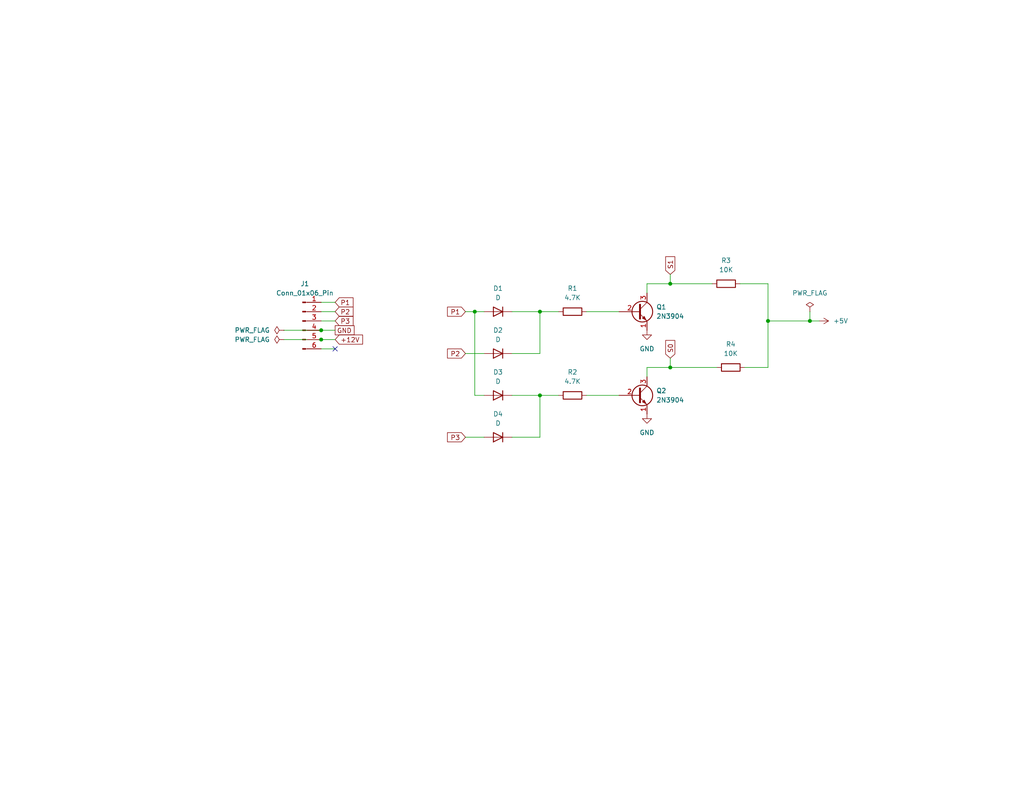
<source format=kicad_sch>
(kicad_sch (version 20230121) (generator eeschema)
  (paper "USLetter")
  (title_block (date "2023-07-20") (rev "v0.1"))
  (lib_symbols
    (symbol "Connector:Conn_01x06_Pin" (pin_names (offset 1.016) hide)
      (property "Reference" "J" (at 0 7.62 0))
      (property "Value" "Conn_01x06_Pin" (at 0 -10.16 0))
      (symbol "Conn_01x06_Pin_1_1"
        (polyline (pts (xy 1.27 -7.62) (xy 0.8636 -7.62)) (stroke (width 0.1524)))
        (polyline (pts (xy 1.27 -5.08) (xy 0.8636 -5.08)) (stroke (width 0.1524)))
        (polyline (pts (xy 1.27 -2.54) (xy 0.8636 -2.54)) (stroke (width 0.1524)))
        (polyline (pts (xy 1.27 0) (xy 0.8636 0)) (stroke (width 0.1524)))
        (polyline (pts (xy 1.27 2.54) (xy 0.8636 2.54)) (stroke (width 0.1524)))
        (polyline (pts (xy 1.27 5.08) (xy 0.8636 5.08)) (stroke (width 0.1524)))
        (rectangle (start 0.8636 -7.493) (end 0 -7.747) (stroke (width 0.1524)) (fill (type outline)))
        (rectangle (start 0.8636 -4.953) (end 0 -5.207) (stroke (width 0.1524)) (fill (type outline)))
        (rectangle (start 0.8636 -2.413) (end 0 -2.667) (stroke (width 0.1524)) (fill (type outline)))
        (rectangle (start 0.8636 0.127) (end 0 -0.127) (stroke (width 0.1524)) (fill (type outline)))
        (rectangle (start 0.8636 2.667) (end 0 2.413) (stroke (width 0.1524)) (fill (type outline)))
        (rectangle (start 0.8636 5.207) (end 0 4.953) (stroke (width 0.1524)) (fill (type outline)))
        (pin passive line (at 5.08 5.08 180) (length 3.81) (name "Pin_1") (number "1"))
        (pin passive line (at 5.08 2.54 180) (length 3.81) (name "Pin_2") (number "2"))
        (pin passive line (at 5.08 0 180) (length 3.81) (name "Pin_3") (number "3"))
        (pin passive line (at 5.08 -2.54 180) (length 3.81) (name "Pin_4") (number "4"))
        (pin passive line (at 5.08 -5.08 180) (length 3.81) (name "Pin_5") (number "5"))
        (pin passive line (at 5.08 -7.62 180) (length 3.81) (name "Pin_6") (number "6"))
      )
    )
    (symbol "Device:D" (pin_numbers hide) (pin_names (offset 1.016) hide)
      (property "Reference" "D" (at 0 2.54 0))
      (property "Value" "D" (at 0 -2.54 0))
      (symbol "D_0_1"
        (polyline (pts (xy -1.27 1.27) (xy -1.27 -1.27)) (stroke (width 0.254)))
        (polyline (pts (xy 1.27 0) (xy -1.27 0)))
        (polyline (pts (xy 1.27 1.27) (xy 1.27 -1.27) (xy -1.27 0) (xy 1.27 1.27)) (stroke (width 0.254)))
      )
      (symbol "D_1_1"
        (pin passive line (at -3.81 0 0) (length 2.54) (name "K") (number "1"))
        (pin passive line (at 3.81 0 180) (length 2.54) (name "A") (number "2"))
      )
    )
    (symbol "Device:R" (pin_numbers hide) (pin_names (offset 0))
      (property "Reference" "R" (at 2.032 0 90))
      (property "Value" "R" (at 0 0 90))
      (symbol "R_0_1"
        (rectangle (start -1.016 -2.54) (end 1.016 2.54) (stroke (width 0.254)))
      )
      (symbol "R_1_1"
        (pin passive line (at 0 3.81 270) (length 1.27) (name "~") (number "1"))
        (pin passive line (at 0 -3.81 90) (length 1.27) (name "~") (number "2"))
      )
    )
    (symbol "Transistor_BJT:2N3904" (pin_names (offset 0) hide)
      (property "Reference" "Q" (at 5.08 1.905 0))
      (property "Value" "2N3904" (at 5.08 0 0))
      (symbol "2N3904_0_1"
        (polyline (pts (xy 0.635 0.635) (xy 2.54 2.54)))
        (polyline (pts (xy 0.635 -0.635) (xy 2.54 -2.54) (xy 2.54 -2.54)))
        (polyline (pts (xy 0.635 1.905) (xy 0.635 -1.905) (xy 0.635 -1.905)) (stroke (width 0.508)))
        (polyline (pts (xy 1.27 -1.778) (xy 1.778 -1.27) (xy 2.286 -2.286) (xy 1.27 -1.778) (xy 1.27 -1.778)) (fill (type outline)))
        (circle (center 1.27 0) (radius 2.8194) (stroke (width 0.254)))
      )
      (symbol "2N3904_1_1"
        (pin passive line (at 2.54 -5.08 90) (length 2.54) (name "E") (number "1"))
        (pin passive line (at -5.08 0 0) (length 5.715) (name "B") (number "2"))
        (pin passive line (at 2.54 5.08 270) (length 2.54) (name "C") (number "3"))
      )
    )
    (symbol "power:+5V" (power) (pin_names (offset 0))
      (property "Value" "+5V" (at 0 3.556 0))
      (symbol "+5V_0_1"
        (polyline (pts (xy -0.762 1.27) (xy 0 2.54)))
        (polyline (pts (xy 0 0) (xy 0 2.54)))
        (polyline (pts (xy 0 2.54) (xy 0.762 1.27)))
      )
      (symbol "+5V_1_1"
        (pin power_in line (at 0 0 90) (length 0) hide (name "+5V") (number "1"))
      )
    )
    (symbol "power:GND" (power) (pin_names (offset 0))
      (property "Value" "GND" (at 0 -3.81 0))
      (symbol "GND_0_1"
        (polyline (pts (xy 0 0) (xy 0 -1.27) (xy 1.27 -1.27) (xy 0 -2.54) (xy -1.27 -1.27) (xy 0 -1.27)))
      )
      (symbol "GND_1_1"
        (pin power_in line (at 0 0 270) (length 0) hide (name "GND") (number "1"))
      )
    )
    (symbol "power:PWR_FLAG" (power) (pin_numbers hide) (pin_names (offset 0) hide)
      (property "Value" "PWR_FLAG" (at 0 3.81 0))
      (symbol "PWR_FLAG_0_0"
        (pin power_out line (at 0 0 90) (length 0) (name "pwr") (number "1"))
      )
      (symbol "PWR_FLAG_0_1"
        (polyline (pts (xy 0 0) (xy 0 1.27) (xy -1.016 1.905) (xy 0 2.54) (xy 1.016 1.905) (xy 0 1.27)))
      )
    )
  )
  (junction (at 220.98 87.63))
  (junction (at 182.88 77.47))
  (junction (at 182.88 100.33))
  (junction (at 87.63 90.17))
  (junction (at 147.32 107.95))
  (junction (at 209.55 87.63))
  (junction (at 87.63 92.71))
  (junction (at 147.32 85.09))
  (junction (at 129.54 85.09))
  (no_connect (at 91.44 95.25))
  (wire (pts (xy 182.88 100.33) (xy 195.58 100.33)))
  (wire (pts (xy 209.55 100.33) (xy 203.2 100.33)))
  (wire (pts (xy 176.53 100.33) (xy 182.88 100.33)))
  (wire (pts (xy 147.32 119.38) (xy 147.32 107.95)))
  (wire (pts (xy 201.93 77.47) (xy 209.55 77.47)))
  (wire (pts (xy 87.63 87.63) (xy 91.44 87.63)))
  (wire (pts (xy 209.55 87.63) (xy 209.55 100.33)))
  (wire (pts (xy 127 96.52) (xy 132.08 96.52)))
  (wire (pts (xy 87.63 92.71) (xy 91.44 92.71)))
  (wire (pts (xy 220.98 85.09) (xy 220.98 87.63)))
  (wire (pts (xy 139.7 119.38) (xy 147.32 119.38)))
  (wire (pts (xy 127 119.38) (xy 132.08 119.38)))
  (wire (pts (xy 87.63 85.09) (xy 91.44 85.09)))
  (wire (pts (xy 87.63 95.25) (xy 91.44 95.25)))
  (wire (pts (xy 176.53 77.47) (xy 182.88 77.47)))
  (wire (pts (xy 182.88 77.47) (xy 194.31 77.47)))
  (wire (pts (xy 176.53 102.87) (xy 176.53 100.33)))
  (wire (pts (xy 77.47 90.17) (xy 87.63 90.17)))
  (wire (pts (xy 160.02 85.09) (xy 168.91 85.09)))
  (wire (pts (xy 176.53 80.01) (xy 176.53 77.47)))
  (wire (pts (xy 129.54 85.09) (xy 132.08 85.09)))
  (wire (pts (xy 139.7 107.95) (xy 147.32 107.95)))
  (wire (pts (xy 220.98 87.63) (xy 223.52 87.63)))
  (wire (pts (xy 209.55 77.47) (xy 209.55 87.63)))
  (wire (pts (xy 147.32 107.95) (xy 152.4 107.95)))
  (wire (pts (xy 77.47 92.71) (xy 87.63 92.71)))
  (wire (pts (xy 87.63 82.55) (xy 91.44 82.55)))
  (wire (pts (xy 139.7 96.52) (xy 147.32 96.52)))
  (wire (pts (xy 139.7 85.09) (xy 147.32 85.09)))
  (wire (pts (xy 129.54 85.09) (xy 129.54 107.95)))
  (wire (pts (xy 182.88 74.93) (xy 182.88 77.47)))
  (wire (pts (xy 127 85.09) (xy 129.54 85.09)))
  (wire (pts (xy 87.63 90.17) (xy 91.44 90.17)))
  (wire (pts (xy 147.32 85.09) (xy 152.4 85.09)))
  (wire (pts (xy 132.08 107.95) (xy 129.54 107.95)))
  (wire (pts (xy 182.88 97.79) (xy 182.88 100.33)))
  (wire (pts (xy 160.02 107.95) (xy 168.91 107.95)))
  (wire (pts (xy 147.32 96.52) (xy 147.32 85.09)))
  (wire (pts (xy 209.55 87.63) (xy 220.98 87.63)))
  (global_label "GND" (shape passive) (at 91.44 90.17 0) (property "Intersheetrefs" "${INTERSHEET_REFS}" (effects hide)))
  (global_label "S1" (shape input) (at 182.88 74.93 90) (property "Intersheetrefs" "${INTERSHEET_REFS}" (effects hide)))
  (global_label "P1" (shape input) (at 91.44 82.55 0) (property "Intersheetrefs" "${INTERSHEET_REFS}" (effects hide)))
  (global_label "P1" (shape input) (at 127 85.09 180) (property "Intersheetrefs" "${INTERSHEET_REFS}" (effects hide)))
  (global_label "+12V" (shape input) (at 91.44 92.71 0) (property "Intersheetrefs" "${INTERSHEET_REFS}" (effects hide)))
  (global_label "P3" (shape input) (at 91.44 87.63 0) (property "Intersheetrefs" "${INTERSHEET_REFS}" (effects hide)))
  (global_label "P2" (shape input) (at 91.44 85.09 0) (property "Intersheetrefs" "${INTERSHEET_REFS}" (effects hide)))
  (global_label "P2" (shape input) (at 127 96.52 180) (property "Intersheetrefs" "${INTERSHEET_REFS}" (effects hide)))
  (global_label "P3" (shape input) (at 127 119.38 180) (property "Intersheetrefs" "${INTERSHEET_REFS}" (effects hide)))
  (global_label "S0" (shape input) (at 182.88 97.79 90) (property "Intersheetrefs" "${INTERSHEET_REFS}" (effects hide)))
  (symbol (lib_id "Connector:Conn_01x06_Pin") (at 82.55 87.63 0) (unit 1)
    (property "Reference" "J1" (at 83.185 77.47 0))
    (property "Value" "Conn_01x06_Pin" (at 83.185 80.01 0))
    (instances (project "switched-bandpass-filter" (path "" (reference "J1") (unit 1)) (path "" (reference "J2") (unit 1))))
  )
  (symbol (lib_id "power:GND") (at 176.53 90.17 0) (unit 1)
    (property "Reference" "#PWR01" (effects hide))
    (property "Value" "GND" (at 176.53 95.25 0))
    (instances (project "switched-bandpass-filter" (path "" (reference "#PWR01") (unit 1)) (path "" (reference "#PWR04") (unit 1))))
  )
  (symbol (lib_id "power:+5V") (at 223.52 87.63 270) (unit 1)
    (property "Reference" "#PWR03" (effects hide))
    (property "Value" "+5V" (at 227.33 87.63 90) (effects (justify left)))
    (instances (project "switched-bandpass-filter" (path "" (reference "#PWR03") (unit 1)) (path "" (reference "#PWR06") (unit 1))))
  )
  (symbol (lib_id "Device:D") (at 135.89 119.38 180) (unit 1)
    (property "Reference" "D4" (at 135.89 113.03 0))
    (property "Value" "D" (at 135.89 115.57 0))
    (property "Sim.Device" "D" (effects hide))
    (property "Sim.Pins" "1=K 2=A" (effects hide))
    (instances (project "switched-bandpass-filter" (path "" (reference "D4") (unit 1)) (path "" (reference "D8") (unit 1))))
  )
  (symbol (lib_id "Device:R") (at 156.21 85.09 90) (unit 1)
    (property "Reference" "R1" (at 156.21 78.74 90))
    (property "Value" "4.7K" (at 156.21 81.28 90))
    (instances (project "switched-bandpass-filter" (path "" (reference "R1") (unit 1)) (path "" (reference "R5") (unit 1))))
  )
  (symbol (lib_id "Device:R") (at 156.21 107.95 270) (unit 1)
    (property "Reference" "R2" (at 156.21 101.6 90))
    (property "Value" "4.7K" (at 156.21 104.14 90))
    (instances (project "switched-bandpass-filter" (path "" (reference "R2") (unit 1)) (path "" (reference "R6") (unit 1))))
  )
  (symbol (lib_id "Device:R") (at 199.39 100.33 90) (unit 1)
    (property "Reference" "R4" (at 199.39 93.98 90))
    (property "Value" "10K" (at 199.39 96.52 90))
    (instances (project "switched-bandpass-filter" (path "" (reference "R4") (unit 1)) (path "" (reference "R8") (unit 1))))
  )
  (symbol (lib_id "Device:D") (at 135.89 107.95 180) (unit 1)
    (property "Reference" "D3" (at 135.89 101.6 0))
    (property "Value" "D" (at 135.89 104.14 0))
    (property "Sim.Device" "D" (effects hide))
    (property "Sim.Pins" "1=K 2=A" (effects hide))
    (instances (project "switched-bandpass-filter" (path "" (reference "D3") (unit 1)) (path "" (reference "D7") (unit 1))))
  )
  (symbol (lib_id "power:PWR_FLAG") (at 77.47 92.71 90) (unit 1)
    (property "Reference" "#FLG03" (effects hide))
    (property "Value" "PWR_FLAG" (at 73.66 92.71 90) (effects (justify left)))
    (instances (project "switched-bandpass-filter" (path "" (reference "#FLG03") (unit 1)) (path "" (reference "#FLG05") (unit 1))))
  )
  (symbol (lib_id "power:PWR_FLAG") (at 220.98 85.09 0) (unit 1)
    (property "Reference" "#FLG02" (effects hide))
    (property "Value" "PWR_FLAG" (at 220.98 80.01 0))
    (instances (project "switched-bandpass-filter" (path "" (reference "#FLG02") (unit 1)) (path "" (reference "#FLG06") (unit 1))))
  )
  (symbol (lib_id "Device:D") (at 135.89 96.52 180) (unit 1)
    (property "Reference" "D2" (at 135.89 90.17 0))
    (property "Value" "D" (at 135.89 92.71 0))
    (property "Sim.Device" "D" (effects hide))
    (property "Sim.Pins" "1=K 2=A" (effects hide))
    (instances (project "switched-bandpass-filter" (path "" (reference "D2") (unit 1)) (path "" (reference "D6") (unit 1))))
  )
  (symbol (lib_id "Transistor_BJT:2N3904") (at 173.99 107.95 0) (unit 1)
    (property "Reference" "Q2" (at 179.07 106.68 0) (effects (justify left)))
    (property "Value" "2N3904" (at 179.07 109.22 0) (effects (justify left)))
    (property "Footprint" "Package_TO_SOT_THT:TO-92_Inline" (effects hide))
    (property "Datasheet" "https://www.onsemi.com/pub/Collateral/2N3903-D.PDF" (effects hide))
    (instances (project "switched-bandpass-filter" (path "" (reference "Q2") (unit 1)) (path "" (reference "Q4") (unit 1))))
  )
  (symbol (lib_id "Device:D") (at 135.89 85.09 180) (unit 1)
    (property "Reference" "D1" (at 135.89 78.74 0))
    (property "Value" "D" (at 135.89 81.28 0))
    (property "Sim.Device" "D" (effects hide))
    (property "Sim.Pins" "1=K 2=A" (effects hide))
    (instances (project "switched-bandpass-filter" (path "" (reference "D1") (unit 1)) (path "" (reference "D5") (unit 1))))
  )
  (symbol (lib_id "Device:R") (at 198.12 77.47 90) (unit 1)
    (property "Reference" "R3" (at 198.12 71.12 90))
    (property "Value" "10K" (at 198.12 73.66 90))
    (instances (project "switched-bandpass-filter" (path "" (reference "R3") (unit 1)) (path "" (reference "R7") (unit 1))))
  )
  (symbol (lib_id "power:PWR_FLAG") (at 77.47 90.17 90) (unit 1)
    (property "Reference" "#FLG01" (effects hide))
    (property "Value" "PWR_FLAG" (at 73.66 90.17 90) (effects (justify left)))
    (instances (project "switched-bandpass-filter" (path "" (reference "#FLG01") (unit 1)) (path "" (reference "#FLG04") (unit 1))))
  )
  (symbol (lib_id "power:GND") (at 176.53 113.03 0) (unit 1)
    (property "Reference" "#PWR02" (effects hide))
    (property "Value" "GND" (at 176.53 118.11 0))
    (instances (project "switched-bandpass-filter" (path "" (reference "#PWR02") (unit 1)) (path "" (reference "#PWR05") (unit 1))))
  )
  (symbol (lib_id "Transistor_BJT:2N3904") (at 173.99 85.09 0) (unit 1)
    (property "Reference" "Q1" (at 179.07 83.82 0) (effects (justify left)))
    (property "Value" "2N3904" (at 179.07 86.36 0) (effects (justify left)))
    (property "Footprint" "Package_TO_SOT_THT:TO-92_Inline" (effects hide))
    (property "Datasheet" "https://www.onsemi.com/pub/Collateral/2N3903-D.PDF" (effects hide))
    (instances (project "switched-bandpass-filter" (path "" (reference "Q1") (unit 1)) (path "" (reference "Q3") (unit 1))))
  )
)
</source>
